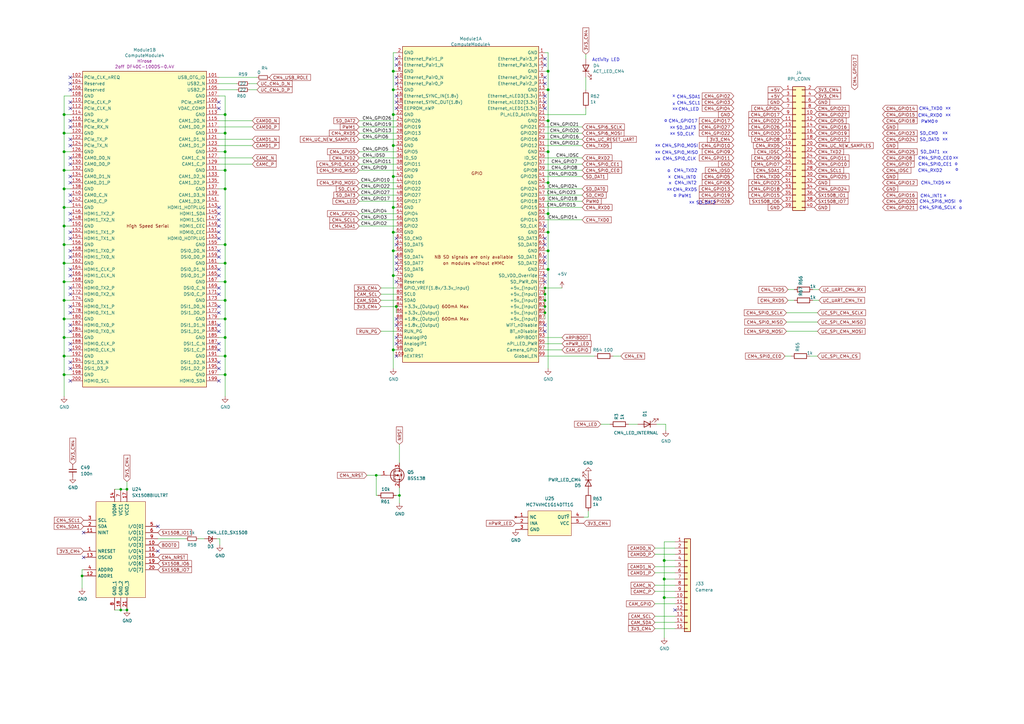
<source format=kicad_sch>
(kicad_sch (version 20231120) (generator "eeschema") (generator_version "8.0")
  (paper "A3")
  (junction (at 92.329 130.81) (diameter 1.016))
  (junction (at 26.289 77.47) (diameter 1.016))
  (junction (at 161.29 59.69) (diameter 1.016))
  (junction (at 224.79 36.83) (diameter 1.016))
  (junction (at 161.29 46.99) (diameter 1.016))
  (junction (at 26.289 138.43) (diameter 1.016))
  (junction (at 161.29 113.03) (diameter 1.016))
  (junction (at 92.329 100.33) (diameter 1.016))
  (junction (at 272.415 245.11) (diameter 1.016))
  (junction (at 26.289 130.81) (diameter 1.016))
  (junction (at 223.52 125.73))
  (junction (at 224.79 74.93) (diameter 1.016))
  (junction (at 92.329 46.99) (diameter 1.016))
  (junction (at 26.289 69.85) (diameter 1.016))
  (junction (at 224.79 49.53) (diameter 1.016))
  (junction (at 49.53 250.19))
  (junction (at 26.289 46.99) (diameter 1.016))
  (junction (at 224.79 95.25) (diameter 1.016))
  (junction (at 161.29 36.83) (diameter 1.016))
  (junction (at 92.329 138.43) (diameter 1.016))
  (junction (at 26.289 85.09) (diameter 1.016))
  (junction (at 26.289 62.23) (diameter 1.016))
  (junction (at 224.79 29.21) (diameter 1.016))
  (junction (at 272.415 229.87) (diameter 1.016))
  (junction (at 223.52 123.19))
  (junction (at 33.655 236.22))
  (junction (at 26.289 123.19) (diameter 1.016))
  (junction (at 224.79 62.23) (diameter 1.016))
  (junction (at 92.329 69.85) (diameter 1.016))
  (junction (at 161.29 29.21) (diameter 1.016))
  (junction (at 161.29 72.39) (diameter 1.016))
  (junction (at 26.289 54.61) (diameter 1.016))
  (junction (at 92.329 115.57) (diameter 1.016))
  (junction (at 272.415 237.49) (diameter 1.016))
  (junction (at 161.29 143.51) (diameter 1.016))
  (junction (at 26.289 92.71) (diameter 1.016))
  (junction (at 223.52 118.11))
  (junction (at 161.29 95.25) (diameter 1.016))
  (junction (at 26.289 115.57) (diameter 1.016))
  (junction (at 92.329 153.67) (diameter 1.016))
  (junction (at 162.56 125.73) (diameter 1.016))
  (junction (at 224.79 87.63) (diameter 1.016))
  (junction (at 92.329 107.95) (diameter 1.016))
  (junction (at 26.289 107.95) (diameter 1.016))
  (junction (at 223.52 128.27))
  (junction (at 49.53 200.66))
  (junction (at 92.329 146.05) (diameter 1.016))
  (junction (at 92.329 54.61) (diameter 1.016))
  (junction (at 26.289 153.67) (diameter 1.016))
  (junction (at 52.07 200.66))
  (junction (at 161.29 85.09) (diameter 1.016))
  (junction (at 224.79 102.87) (diameter 1.016))
  (junction (at 154.305 194.945))
  (junction (at 223.52 120.65))
  (junction (at 161.29 102.87) (diameter 1.016))
  (junction (at 92.329 123.19) (diameter 1.016))
  (junction (at 92.329 77.47) (diameter 1.016))
  (junction (at 52.07 250.19))
  (junction (at 26.289 100.33) (diameter 1.016))
  (junction (at 26.289 146.05) (diameter 1.016))
  (junction (at 163.83 203.2))
  (junction (at 224.79 110.49) (diameter 1.016))
  (junction (at 92.329 62.23) (diameter 1.016))
  (no_connect (at 89.789 105.41))
  (no_connect (at 89.789 120.65))
  (no_connect (at 162.56 44.45))
  (no_connect (at 28.829 105.41))
  (no_connect (at 28.829 72.39))
  (no_connect (at 28.829 110.49))
  (no_connect (at 28.829 67.31))
  (no_connect (at 34.29 228.6))
  (no_connect (at 89.789 110.49))
  (no_connect (at 89.789 151.13))
  (no_connect (at 223.52 26.67))
  (no_connect (at 28.829 36.83))
  (no_connect (at 28.829 41.91))
  (no_connect (at 34.29 218.44))
  (no_connect (at 28.829 87.63))
  (no_connect (at 162.56 130.81))
  (no_connect (at 28.829 80.01))
  (no_connect (at 28.829 31.75))
  (no_connect (at 28.829 90.17))
  (no_connect (at 89.789 128.27))
  (no_connect (at 223.52 100.33))
  (no_connect (at 28.829 128.27))
  (no_connect (at 223.52 31.75))
  (no_connect (at 89.789 148.59))
  (no_connect (at 162.56 133.35))
  (no_connect (at 89.789 133.35))
  (no_connect (at 28.829 102.87))
  (no_connect (at 28.829 118.11))
  (no_connect (at 28.829 133.35))
  (no_connect (at 89.789 97.79))
  (no_connect (at 276.86 250.19))
  (no_connect (at 223.52 135.89))
  (no_connect (at 223.52 105.41))
  (no_connect (at 28.829 52.07))
  (no_connect (at 28.829 57.15))
  (no_connect (at 223.52 44.45))
  (no_connect (at 28.829 113.03))
  (no_connect (at 162.56 138.43))
  (no_connect (at 162.56 140.97))
  (no_connect (at 162.56 97.79))
  (no_connect (at 28.829 120.65))
  (no_connect (at 64.77 226.06))
  (no_connect (at 28.829 148.59))
  (no_connect (at 162.56 107.95))
  (no_connect (at 223.52 39.37))
  (no_connect (at 89.789 92.71))
  (no_connect (at 28.829 97.79))
  (no_connect (at 28.829 143.51))
  (no_connect (at 28.829 74.93))
  (no_connect (at 162.56 39.37))
  (no_connect (at 223.52 115.57))
  (no_connect (at 162.56 34.29))
  (no_connect (at 28.829 44.45))
  (no_connect (at 28.829 140.97))
  (no_connect (at 89.789 95.25))
  (no_connect (at 28.829 49.53))
  (no_connect (at 223.52 24.13))
  (no_connect (at 223.52 107.95))
  (no_connect (at 89.789 41.91))
  (no_connect (at 89.789 143.51))
  (no_connect (at 223.52 41.91))
  (no_connect (at 28.829 34.29))
  (no_connect (at 28.829 156.21))
  (no_connect (at 64.77 215.9))
  (no_connect (at 89.789 118.11))
  (no_connect (at 162.56 31.75))
  (no_connect (at 89.789 85.09))
  (no_connect (at 89.789 90.17))
  (no_connect (at 89.789 125.73))
  (no_connect (at 28.829 64.77))
  (no_connect (at 89.789 156.21))
  (no_connect (at 28.829 59.69))
  (no_connect (at 162.56 110.49))
  (no_connect (at 28.829 125.73))
  (no_connect (at 223.52 34.29))
  (no_connect (at 162.56 24.13))
  (no_connect (at 89.789 87.63))
  (no_connect (at 89.789 44.45))
  (no_connect (at 28.829 95.25))
  (no_connect (at 28.829 151.13))
  (no_connect (at 162.56 100.33))
  (no_connect (at 223.52 97.79))
  (no_connect (at 162.56 146.05))
  (no_connect (at 223.52 92.71))
  (no_connect (at 162.56 105.41))
  (no_connect (at 89.789 102.87))
  (no_connect (at 162.56 115.57))
  (no_connect (at 162.56 41.91))
  (no_connect (at 223.52 113.03))
  (no_connect (at 89.789 140.97))
  (no_connect (at 162.56 26.67))
  (no_connect (at 28.829 82.55))
  (no_connect (at 89.789 113.03))
  (no_connect (at 28.829 135.89))
  (no_connect (at 223.52 133.35))
  (no_connect (at 89.789 135.89))
  (wire (pts (xy 223.52 57.15) (xy 238.76 57.15)))
  (wire (pts (xy 223.52 120.65) (xy 223.52 123.19)))
  (wire (pts (xy 161.29 95.25) (xy 162.56 95.25)))
  (wire (pts (xy 147.32 82.55) (xy 162.56 82.55)))
  (wire (pts (xy 28.829 39.37) (xy 26.289 39.37)))
  (wire (pts (xy 92.329 77.47) (xy 92.329 69.85)))
  (wire (pts (xy 89.789 46.99) (xy 92.329 46.99)))
  (wire (pts (xy 224.79 110.49) (xy 224.79 151.13)))
  (wire (pts (xy 147.32 74.93) (xy 162.56 74.93)))
  (wire (pts (xy 268.605 234.95) (xy 276.86 234.95)))
  (wire (pts (xy 92.329 54.61) (xy 92.329 46.99)))
  (wire (pts (xy 223.52 52.07) (xy 238.76 52.07)))
  (wire (pts (xy 223.52 64.77) (xy 238.76 64.77)))
  (wire (pts (xy 92.329 130.81) (xy 92.329 138.43)))
  (wire (pts (xy 156.21 125.73) (xy 162.56 125.73)))
  (wire (pts (xy 272.415 245.11) (xy 272.415 261.62)))
  (wire (pts (xy 251.46 146.05) (xy 254.635 146.05)))
  (wire (pts (xy 268.605 255.27) (xy 276.86 255.27)))
  (wire (pts (xy 89.789 54.61) (xy 92.329 54.61)))
  (wire (pts (xy 161.29 46.99) (xy 162.56 46.99)))
  (wire (pts (xy 163.83 200.025) (xy 163.83 203.2)))
  (wire (pts (xy 223.52 62.23) (xy 224.79 62.23)))
  (wire (pts (xy 92.329 77.47) (xy 92.329 100.33)))
  (wire (pts (xy 147.32 57.15) (xy 162.56 57.15)))
  (wire (pts (xy 26.289 138.43) (xy 26.289 146.05)))
  (wire (pts (xy 241.3 209.55) (xy 241.3 212.09)))
  (wire (pts (xy 26.289 138.43) (xy 28.829 138.43)))
  (wire (pts (xy 223.52 29.21) (xy 224.79 29.21)))
  (wire (pts (xy 223.52 54.61) (xy 238.76 54.61)))
  (wire (pts (xy 90.17 220.98) (xy 88.9 220.98)))
  (wire (pts (xy 89.789 146.05) (xy 92.329 146.05)))
  (wire (pts (xy 268.605 252.73) (xy 276.86 252.73)))
  (wire (pts (xy 89.789 62.23) (xy 92.329 62.23)))
  (wire (pts (xy 161.29 21.59) (xy 161.29 29.21)))
  (wire (pts (xy 26.289 54.61) (xy 28.829 54.61)))
  (wire (pts (xy 52.07 197.485) (xy 52.07 200.66)))
  (wire (pts (xy 147.32 80.01) (xy 162.56 80.01)))
  (wire (pts (xy 161.29 113.03) (xy 162.56 113.03)))
  (wire (pts (xy 103.505 49.53) (xy 89.789 49.53)))
  (wire (pts (xy 33.655 236.22) (xy 34.29 236.22)))
  (wire (pts (xy 156.21 118.11) (xy 162.56 118.11)))
  (wire (pts (xy 147.32 69.85) (xy 162.56 69.85)))
  (wire (pts (xy 161.29 102.87) (xy 161.29 113.03)))
  (wire (pts (xy 224.79 74.93) (xy 224.79 87.63)))
  (wire (pts (xy 26.289 130.81) (xy 28.829 130.81)))
  (wire (pts (xy 161.29 59.69) (xy 161.29 72.39)))
  (wire (pts (xy 26.289 107.95) (xy 28.829 107.95)))
  (wire (pts (xy 272.415 229.87) (xy 276.86 229.87)))
  (wire (pts (xy 268.605 227.33) (xy 276.86 227.33)))
  (wire (pts (xy 224.79 62.23) (xy 224.79 74.93)))
  (wire (pts (xy 26.289 153.67) (xy 26.289 162.56)))
  (wire (pts (xy 223.52 146.05) (xy 243.84 146.05)))
  (wire (pts (xy 92.329 69.85) (xy 92.329 62.23)))
  (wire (pts (xy 332.105 146.05) (xy 335.28 146.05)))
  (wire (pts (xy 322.58 135.89) (xy 335.28 135.89)))
  (wire (pts (xy 268.605 257.81) (xy 276.86 257.81)))
  (wire (pts (xy 26.289 123.19) (xy 28.829 123.19)))
  (wire (pts (xy 224.79 21.59) (xy 224.79 29.21)))
  (wire (pts (xy 147.32 54.61) (xy 162.56 54.61)))
  (wire (pts (xy 323.215 118.745) (xy 325.755 118.745)))
  (wire (pts (xy 223.52 140.97) (xy 230.505 140.97)))
  (wire (pts (xy 26.289 115.57) (xy 28.829 115.57)))
  (wire (pts (xy 273.05 173.99) (xy 269.24 173.99)))
  (wire (pts (xy 161.29 143.51) (xy 161.29 151.13)))
  (wire (pts (xy 147.32 49.53) (xy 162.56 49.53)))
  (wire (pts (xy 102.235 34.29) (xy 105.41 34.29)))
  (wire (pts (xy 161.29 36.83) (xy 161.29 46.99)))
  (wire (pts (xy 26.289 100.33) (xy 26.289 107.95)))
  (wire (pts (xy 223.52 82.55) (xy 238.76 82.55)))
  (wire (pts (xy 223.52 110.49) (xy 224.79 110.49)))
  (wire (pts (xy 89.789 115.57) (xy 92.329 115.57)))
  (wire (pts (xy 49.53 200.66) (xy 52.07 200.66)))
  (wire (pts (xy 147.32 90.17) (xy 162.56 90.17)))
  (wire (pts (xy 223.52 72.39) (xy 238.76 72.39)))
  (wire (pts (xy 161.29 72.39) (xy 162.56 72.39)))
  (wire (pts (xy 33.655 233.68) (xy 33.655 236.22)))
  (wire (pts (xy 102.235 36.83) (xy 105.41 36.83)))
  (wire (pts (xy 92.329 107.95) (xy 92.329 115.57)))
  (wire (pts (xy 224.79 29.21) (xy 224.79 36.83)))
  (wire (pts (xy 89.789 69.85) (xy 92.329 69.85)))
  (wire (pts (xy 147.32 67.31) (xy 162.56 67.31)))
  (wire (pts (xy 147.32 52.07) (xy 162.56 52.07)))
  (wire (pts (xy 147.32 87.63) (xy 162.56 87.63)))
  (wire (pts (xy 154.305 194.945) (xy 156.21 194.945)))
  (wire (pts (xy 223.52 21.59) (xy 224.79 21.59)))
  (wire (pts (xy 240.284 22.225) (xy 240.284 24.13)))
  (wire (pts (xy 224.79 87.63) (xy 224.79 95.25)))
  (wire (pts (xy 162.56 29.21) (xy 161.29 29.21)))
  (wire (pts (xy 161.29 113.03) (xy 161.29 143.51)))
  (wire (pts (xy 28.829 153.67) (xy 26.289 153.67)))
  (wire (pts (xy 89.789 100.33) (xy 92.329 100.33)))
  (wire (pts (xy 223.52 77.47) (xy 238.76 77.47)))
  (wire (pts (xy 223.52 143.51) (xy 230.505 143.51)))
  (wire (pts (xy 161.29 102.87) (xy 162.56 102.87)))
  (wire (pts (xy 147.32 62.23) (xy 162.56 62.23)))
  (wire (pts (xy 162.56 143.51) (xy 161.29 143.51)))
  (wire (pts (xy 26.289 123.19) (xy 26.289 130.81)))
  (wire (pts (xy 272.415 229.87) (xy 272.415 237.49)))
  (wire (pts (xy 162.56 21.59) (xy 161.29 21.59)))
  (wire (pts (xy 92.329 146.05) (xy 92.329 153.67)))
  (wire (pts (xy 272.415 222.25) (xy 272.415 229.87)))
  (wire (pts (xy 161.29 46.99) (xy 161.29 59.69)))
  (wire (pts (xy 26.289 69.85) (xy 28.829 69.85)))
  (wire (pts (xy 161.29 95.25) (xy 161.29 102.87)))
  (wire (pts (xy 224.79 95.25) (xy 224.79 102.87)))
  (wire (pts (xy 89.789 123.19) (xy 92.329 123.19)))
  (wire (pts (xy 26.289 77.47) (xy 26.289 85.09)))
  (wire (pts (xy 26.289 46.99) (xy 28.829 46.99)))
  (wire (pts (xy 147.32 64.77) (xy 162.56 64.77)))
  (wire (pts (xy 89.789 107.95) (xy 92.329 107.95)))
  (wire (pts (xy 46.99 250.19) (xy 49.53 250.19)))
  (wire (pts (xy 333.375 118.745) (xy 335.915 118.745)))
  (wire (pts (xy 223.52 90.17) (xy 238.76 90.17)))
  (wire (pts (xy 26.289 115.57) (xy 26.289 123.19)))
  (wire (pts (xy 26.289 107.95) (xy 26.289 115.57)))
  (wire (pts (xy 92.329 115.57) (xy 92.329 123.19)))
  (wire (pts (xy 33.655 241.3) (xy 33.655 236.22)))
  (wire (pts (xy 103.505 57.15) (xy 89.789 57.15)))
  (wire (pts (xy 162.56 203.2) (xy 163.83 203.2)))
  (wire (pts (xy 26.289 77.47) (xy 28.829 77.47)))
  (wire (pts (xy 81.28 220.98) (xy 83.82 220.98)))
  (wire (pts (xy 268.605 240.03) (xy 276.86 240.03)))
  (wire (pts (xy 161.29 59.69) (xy 162.56 59.69)))
  (wire (pts (xy 223.52 69.85) (xy 238.76 69.85)))
  (wire (pts (xy 92.329 153.67) (xy 92.329 162.56)))
  (wire (pts (xy 26.289 100.33) (xy 28.829 100.33)))
  (wire (pts (xy 241.3 212.09) (xy 239.395 212.09)))
  (wire (pts (xy 92.329 100.33) (xy 92.329 107.95)))
  (wire (pts (xy 224.79 102.87) (xy 224.79 110.49)))
  (wire (pts (xy 163.83 203.2) (xy 163.83 206.375)))
  (wire (pts (xy 89.789 67.31) (xy 103.505 67.31)))
  (wire (pts (xy 92.329 123.19) (xy 92.329 130.81)))
  (wire (pts (xy 89.789 130.81) (xy 92.329 130.81)))
  (wire (pts (xy 321.945 146.05) (xy 324.485 146.05)))
  (wire (pts (xy 26.289 85.09) (xy 26.289 92.71)))
  (wire (pts (xy 223.52 123.19) (xy 223.52 125.73)))
  (wire (pts (xy 26.289 46.99) (xy 26.289 54.61)))
  (wire (pts (xy 26.289 62.23) (xy 28.829 62.23)))
  (wire (pts (xy 89.789 36.83) (xy 97.155 36.83)))
  (wire (pts (xy 103.505 59.69) (xy 89.789 59.69)))
  (wire (pts (xy 335.915 123.19) (xy 333.375 123.19)))
  (wire (pts (xy 156.21 135.89) (xy 162.56 135.89)))
  (wire (pts (xy 28.829 146.05) (xy 26.289 146.05)))
  (wire (pts (xy 26.289 130.81) (xy 26.289 138.43)))
  (wire (pts (xy 224.79 36.83) (xy 224.79 49.53)))
  (wire (pts (xy 26.289 146.05) (xy 26.289 153.67)))
  (wire (pts (xy 89.789 138.43) (xy 92.329 138.43)))
  (wire (pts (xy 246.38 173.99) (xy 250.19 173.99)))
  (wire (pts (xy 49.53 250.19) (xy 52.07 250.19)))
  (wire (pts (xy 230.505 118.11) (xy 223.52 118.11)))
  (wire (pts (xy 223.52 49.53) (xy 224.79 49.53)))
  (wire (pts (xy 268.605 242.57) (xy 276.86 242.57)))
  (wire (pts (xy 147.32 92.71) (xy 162.56 92.71)))
  (wire (pts (xy 161.29 85.09) (xy 162.56 85.09)))
  (wire (pts (xy 223.52 80.01) (xy 238.76 80.01)))
  (wire (pts (xy 223.52 36.83) (xy 224.79 36.83)))
  (wire (pts (xy 322.58 128.27) (xy 335.28 128.27)))
  (wire (pts (xy 92.329 46.99) (xy 92.329 39.37)))
  (wire (pts (xy 33.655 233.68) (xy 34.29 233.68)))
  (wire (pts (xy 272.415 237.49) (xy 272.415 245.11)))
  (wire (pts (xy 26.289 85.09) (xy 28.829 85.09)))
  (wire (pts (xy 103.505 52.07) (xy 89.789 52.07)))
  (wire (pts (xy 268.605 247.65) (xy 276.86 247.65)))
  (wire (pts (xy 223.52 118.11) (xy 223.52 120.65)))
  (wire (pts (xy 272.415 245.11) (xy 276.86 245.11)))
  (wire (pts (xy 89.789 153.67) (xy 92.329 153.67)))
  (wire (pts (xy 268.605 224.79) (xy 276.86 224.79)))
  (wire (pts (xy 92.329 138.43) (xy 92.329 146.05)))
  (wire (pts (xy 223.52 67.31) (xy 238.76 67.31)))
  (wire (pts (xy 240.284 31.75) (xy 240.284 36.83)))
  (wire (pts (xy 223.52 95.25) (xy 224.79 95.25)))
  (wire (pts (xy 162.56 128.27) (xy 162.56 125.73)))
  (wire (pts (xy 89.789 34.29) (xy 97.155 34.29)))
  (wire (pts (xy 162.56 36.83) (xy 161.29 36.83)))
  (wire (pts (xy 89.789 64.77) (xy 103.505 64.77)))
  (wire (pts (xy 223.52 87.63) (xy 224.79 87.63)))
  (wire (pts (xy 46.99 200.66) (xy 49.53 200.66)))
  (wire (pts (xy 156.21 120.65) (xy 162.56 120.65)))
  (wire (pts (xy 257.81 173.99) (xy 261.62 173.99)))
  (wire (pts (xy 26.289 62.23) (xy 26.289 69.85)))
  (wire (pts (xy 26.289 54.61) (xy 26.289 62.23)))
  (wire (pts (xy 89.789 31.75) (xy 105.41 31.75)))
  (wire (pts (xy 273.05 176.53) (xy 273.05 173.99)))
  (wire (pts (xy 147.32 77.47) (xy 162.56 77.47)))
  (wire (pts (xy 90.17 223.52) (xy 90.17 220.98)))
  (wire (pts (xy 64.77 220.98) (xy 76.2 220.98)))
  (wire (pts (xy 223.52 74.93) (xy 224.79 74.93)))
  (wire (pts (xy 268.605 232.41) (xy 276.86 232.41)))
  (wire (pts (xy 154.305 203.2) (xy 154.94 203.2)))
  (wire (pts (xy 223.52 125.73) (xy 223.52 128.27)))
  (wire (pts (xy 89.789 77.47) (xy 92.329 77.47)))
  (wire (pts (xy 325.755 123.19) (xy 323.215 123.19)))
  (wire (pts (xy 161.29 85.09) (xy 161.29 95.25)))
  (wire (pts (xy 322.58 132.08) (xy 335.28 132.08)))
  (wire (pts (xy 163.83 182.245) (xy 163.83 189.865)))
  (wire (pts (xy 161.29 29.21) (xy 161.29 36.83)))
  (wire (pts (xy 26.289 92.71) (xy 26.289 100.33)))
  (wire (pts (xy 276.86 222.25) (xy 272.415 222.25)))
  (wire (pts (xy 224.79 49.53) (xy 224.79 62.23)))
  (wire (pts (xy 150.495 194.945) (xy 154.305 194.945)))
  (wire (pts (xy 223.52 59.69) (xy 238.76 59.69)))
  (wire (pts (xy 223.52 102.87) (xy 224.79 102.87)))
  (wire (pts (xy 92.329 62.23) (xy 92.329 54.61)))
  (wire (pts (xy 26.289 92.71) (xy 28.829 92.71)))
  (wire (pts (xy 223.52 46.99) (xy 240.284 46.99)))
  (wire (pts (xy 92.329 39.37) (xy 89.789 39.37)))
  (wire (pts (xy 223.52 85.09) (xy 238.76 85.09)))
  (wire (pts (xy 272.415 237.49) (xy 276.86 237.49)))
  (wire (pts (xy 223.52 128.27) (xy 223.52 130.81)))
  (wire (pts (xy 26.289 39.37) (xy 26.289 46.99)))
  (wire (pts (xy 161.29 72.39) (xy 161.29 85.09)))
  (wire (pts (xy 240.284 46.99) (xy 240.284 44.45)))
  (wire (pts (xy 26.289 69.85) (xy 26.289 77.47)))
  (wire (pts (xy 223.52 138.43) (xy 230.505 138.43)))
  (wire (pts (xy 156.21 123.19) (xy 162.56 123.19)))
  (wire (pts (xy 154.305 194.945) (xy 154.305 203.2)))
  (text "CM4_RXD5" (at 280.924 77.978 0) (effects (font (size 1.27 1.27))))
  (text "xx" (at 269.748 62.484 0) (effects (font (size 1.27 1.27))))
  (text "o" (at 393.954 85.344 0) (effects (font (size 1.27 1.27))))
  (text "CM4_INT0" (at 280.924 72.898 0) (effects (font (size 1.27 1.27))))
  (text "x" (at 276.352 39.37 0) (effects (font (size 1.27 1.27))))
  (text "xx" (at 388.874 47.244 0) (effects (font (size 1.27 1.27))))
  (text "CM4_SDA1" (at 282.448 39.878 0) (effects (font (size 1.27 1.27))))
  (text "x" (at 274.574 72.644 0) (effects (font (size 1.27 1.27))))
  (text "CM4_SPI6_SCLK" (at 384.556 85.344 0) (effects (font (size 1.27 1.27))))
  (text "xx" (at 275.844 54.864 0) (effects (font (size 1.27 1.27))))
  (text "xx" (at 269.748 59.69 0) (effects (font (size 1.27 1.27))))
  (text "CM4_SPI0_CLK" (at 278.638 65.278 0) (effects (font (size 1.27 1.27))))
  (text "xx" (at 274.574 77.724 0) (effects (font (size 1.27 1.27))))
  (text "x" (at 387.604 80.264 0) (effects (font (size 1.27 1.27))))
  (text "CM4_SPI0_CE1" (at 383.54 67.564 0) (effects (font (size 1.27 1.27))))
  (text "CM4_SCL1" (at 282.448 42.418 0) (effects (font (size 1.27 1.27))))
  (text "o" (at 384.048 49.784 0) (effects (font (size 1.27 1.27))))
  (text "o" (at 392.176 67.31 0) (effects (font (size 1.27 1.27))))
  (text "xx" (at 283.718 83.058 0) (effects (font (size 1.27 1.27))))
  (text "x" (at 274.828 75.184 0) (effects (font (size 1.27 1.27))))
  (text "xx" (at 388.874 44.45 0) (effects (font (size 1.27 1.27))))
  (text "o" (at 274.32 70.104 0) (effects (font (size 1.27 1.27))))
  (text "CM4_SPI0_CE0" (at 383.54 65.024 0) (effects (font (size 1.27 1.27))))
  (text "SD_CLK" (at 281.178 55.118 0) (effects (font (size 1.27 1.27))))
  (text "CM4_GPIO17" (at 280.162 49.784 0) (effects (font (size 1.27 1.27))))
  (text "xx" (at 391.922 64.77 0) (effects (font (size 1.27 1.27))))
  (text "xx" (at 387.604 57.15 0) (effects (font (size 1.27 1.27))))
  (text "xx" (at 387.604 54.61 0) (effects (font (size 1.27 1.27))))
  (text "SD_DAT2" (at 289.56 83.312 0) (effects (font (size 1.27 1.27))))
  (text "SD_DAT3" (at 281.432 52.578 0) (effects (font (size 1.27 1.27))))
  (text "Activity LED" (at 242.824 25.4 0) (effects (font (size 1.27 1.27)) (justify left bottom)))
  (text "x" (at 276.352 42.672 0) (effects (font (size 1.27 1.27))))
  (text "SD_DAT0" (at 381.254 57.404 0) (effects (font (size 1.27 1.27))))
  (text "CM4_RXD2" (at 381.508 70.104 0) (effects (font (size 1.27 1.27))))
  (text "o" (at 392.43 69.596 0) (effects (font (size 1.27 1.27))))
  (text "CM4_RXD0" (at 381.508 47.498 0) (effects (font (size 1.27 1.27))))
  (text "CM4_TXD2" (at 281.178 70.104 0) (effects (font (size 1.27 1.27))))
  (text "o" (at 273.05 49.53 0) (effects (font (size 1.27 1.27))))
  (text "PWM0" (at 380.492 50.038 0) (effects (font (size 1.27 1.27))))
  (text "xx" (at 275.844 52.324 0) (effects (font (size 1.27 1.27))))
  (text "SD_CMD" (at 381 54.864 0) (effects (font (size 1.27 1.27))))
  (text "CM4_SPI0_MISO" (at 278.892 62.738 0) (effects (font (size 1.27 1.27))))
  (text "CM4_SPI6_MOSI" (at 384.556 82.804 0) (effects (font (size 1.27 1.27))))
  (text "CM4_TXD5" (at 382.524 75.184 0) (effects (font (size 1.27 1.27))))
  (text "CM4_TXD0" (at 381.762 44.704 0) (effects (font (size 1.27 1.27))))
  (text "CM4_LED" (at 282.448 44.958 0) (effects (font (size 1.27 1.27))))
  (text "o" (at 393.954 82.55 0) (effects (font (size 1.27 1.27))))
  (text "SD_DAT1" (at 381.508 62.484 0) (effects (font (size 1.27 1.27))))
  (text "CM4_SPI0_MOSI" (at 278.892 59.944 0) (effects (font (size 1.27 1.27))))
  (text "xx" (at 269.748 65.278 0) (effects (font (size 1.27 1.27))))
  (text "CM4_INT2" (at 281.178 75.184 0) (effects (font (size 1.27 1.27))))
  (text "PWM1" (at 280.924 80.518 0) (effects (font (size 1.27 1.27))))
  (text "o" (at 276.86 80.264 0) (effects (font (size 1.27 1.27))))
  (text "xx" (at 276.86 44.704 0) (effects (font (size 1.27 1.27))))
  (text "CM4_INT1" (at 382.016 80.518 0) (effects (font (size 1.27 1.27))))
  (text "xx" (at 388.874 74.93 0) (effects (font (size 1.27 1.27))))
  (text "xx" (at 387.604 62.484 0) (effects (font (size 1.27 1.27))))
  (label "CM4_GPIO26" (at 148.59 49.53 0))
  (label "CM4_GPIO10" (at 147.955 74.93 0))
  (label "CM4_GPIO7" (at 236.855 67.31 180))
  (label "CM4_GPIO4" (at 147.955 87.63 0))
  (label "CM4_GPIO12" (at 237.49 59.69 180))
  (label "CM4_GPIO27" (at 147.955 80.01 0))
  (label "CM4_GPIO16" (at 237.49 57.15 180))
  (label "CM4_GPIO15" (at 236.22 85.09 180))
  (label "CM4_GPIO6" (at 148.59 57.15 0))
  (label "CM4_GPIO11" (at 148.59 67.31 0))
  (label "CM4_GPIO25" (at 236.855 72.39 180))
  (label "CM4_GPIO23" (at 236.22 80.01 180))
  (label "CM4_GPIO24" (at 236.855 77.47 180))
  (label "CM4_IDSC" (at 237.49 64.77 180))
  (label "CM4_GPIO18" (at 236.855 82.55 180))
  (label "CM4_GPIO5" (at 148.59 62.23 0))
  (label "CM4_GPIO9" (at 147.955 69.85 0))
  (label "CM4_GPIO13" (at 148.59 54.61 0))
  (label "CM4_GPIO3" (at 147.955 90.17 0))
  (label "CM4_GPIO19" (at 148.59 52.07 0))
  (label "CM4_GPIO21" (at 237.49 52.07 180))
  (label "CM4_GPIO2" (at 147.955 92.71 0))
  (label "CM4_GPIO20" (at 237.49 54.61 180))
  (label "CM4_GPIO14" (at 236.855 90.17 180))
  (label "CM4_GPIO17" (at 147.955 82.55 0))
  (label "CM4_GPIO8" (at 236.855 69.85 180))
  (label "CM4_GPIO22" (at 147.955 77.47 0))
  (label "CM4_IDSD" (at 148.59 64.77 0))
  (global_label "3V3_CM4" (shape input) (at 156.21 125.73 180) (property "Intersheetrefs" "${INTERSHEET_REFS}" (effects (hide yes))))
  (global_label "SD_CMD" (shape input) (at 238.76 80.01 0) (property "Intersheetrefs" "${INTERSHEET_REFS}" (effects (hide yes))))
  (global_label "CM4_RXD0" (shape input) (at 238.76 85.09 0) (property "Intersheetrefs" "${INTERSHEET_REFS}" (effects (hide yes))))
  (global_label "SX1508_IO1" (shape input) (at 64.77 218.44 0) (property "Intersheetrefs" "${INTERSHEET_REFS}" (effects (hide yes))))
  (global_label "CM4_NRST" (shape input) (at 64.77 228.6 0) (property "Intersheetrefs" "${INTERSHEET_REFS}" (effects (hide yes))))
  (global_label "GND" (shape input) (at 361.95 77.47 0) (property "Intersheetrefs" "${INTERSHEET_REFS}" (effects (hide yes))))
  (global_label "GND" (shape input) (at 321.31 85.09 180) (property "Intersheetrefs" "${INTERSHEET_REFS}" (effects (hide yes))))
  (global_label "GND" (shape input) (at 300.99 67.31 180) (property "Intersheetrefs" "${INTERSHEET_REFS}" (effects (hide yes))))
  (global_label "CM4_GPIO5" (shape input) (at 147.32 62.23 180) (property "Intersheetrefs" "${INTERSHEET_REFS}" (effects (hide yes))))
  (global_label "UC_SPI_CM4_SCLK" (shape input) (at 335.28 128.27 0) (property "Intersheetrefs" "${INTERSHEET_REFS}" (effects (hide yes))))
  (global_label "SD_DAT3" (shape input) (at 147.32 80.01 180) (property "Intersheetrefs" "${INTERSHEET_REFS}" (effects (hide yes))))
  (global_label "CAM_SDA" (shape input) (at 268.605 255.27 180) (property "Intersheetrefs" "${INTERSHEET_REFS}" (effects (hide yes))))
  (global_label "GND" (shape input) (at 361.95 52.07 0) (property "Intersheetrefs" "${INTERSHEET_REFS}" (effects (hide yes))))
  (global_label "CM4_RXD5" (shape input) (at 321.31 59.69 180) (property "Intersheetrefs" "${INTERSHEET_REFS}" (effects (hide yes))))
  (global_label "CAMD0_N" (shape input) (at 103.505 49.53 0) (property "Intersheetrefs" "${INTERSHEET_REFS}" (effects (hide yes))))
  (global_label "CM4_GPIO11" (shape input) (at 300.99 64.77 180) (property "Intersheetrefs" "${INTERSHEET_REFS}" (effects (hide yes))))
  (global_label "CM4_IDSC" (shape input) (at 321.31 62.23 180) (property "Intersheetrefs" "${INTERSHEET_REFS}" (effects (hide yes))))
  (global_label "SD_CLK" (shape input) (at 147.32 77.47 180) (property "Intersheetrefs" "${INTERSHEET_REFS}" (effects (hide yes))))
  (global_label "CM4_GPIO10" (shape input) (at 334.01 67.31 0) (property "Intersheetrefs" "${INTERSHEET_REFS}" (effects (hide yes))))
  (global_label "CM4_SDA1" (shape input) (at 34.29 215.9 180) (property "Intersheetrefs" "${INTERSHEET_REFS}" (effects (hide yes))))
  (global_label "CAM_GPIO" (shape input) (at 230.505 143.51 0) (property "Intersheetrefs" "${INTERSHEET_REFS}" (effects (hide yes))))
  (global_label "CM4_GPIO20" (shape input) (at 361.95 82.55 0) (property "Intersheetrefs" "${INTERSHEET_REFS}" (effects (hide yes))))
  (global_label "CM4_UC_NEW_SAMPLES" (shape input) (at 147.32 57.15 180) (property "Intersheetrefs" "${INTERSHEET_REFS}" (effects (hide yes))))
  (global_label "CM4_TXD5" (shape input) (at 238.76 59.69 0) (property "Intersheetrefs" "${INTERSHEET_REFS}" (effects (hide yes))))
  (global_label "CM4_IDSD" (shape input) (at 300.99 69.85 180) (property "Intersheetrefs" "${INTERSHEET_REFS}" (effects (hide yes))))
  (global_label "CM4_GPIO10" (shape input) (at 300.99 59.69 180) (property "Intersheetrefs" "${INTERSHEET_REFS}" (effects (hide yes))))
  (global_label "CM4_GPIO9" (shape input) (at 321.31 64.77 180) (property "Intersheetrefs" "${INTERSHEET_REFS}" (effects (hide yes))))
  (global_label "CM4_TXD0" (shape input) (at 238.76 90.17 0) (property "Intersheetrefs" "${INTERSHEET_REFS}" (effects (hide yes))))
  (global_label "CM4_SPI0_MISO" (shape input) (at 147.32 69.85 180) (property "Intersheetrefs" "${INTERSHEET_REFS}" (effects (hide yes))))
  (global_label "CM4_GPIO14" (shape input) (at 361.95 44.45 0) (property "Intersheetrefs" "${INTERSHEET_REFS}" (effects (hide yes))))
  (global_label "3V3_CM4" (shape input) (at 300.99 57.15 180) (property "Intersheetrefs" "${INTERSHEET_REFS}" (effects (hide yes))))
  (global_label "CAMD1_P" (shape input) (at 268.605 234.95 180) (property "Intersheetrefs" "${INTERSHEET_REFS}" (effects (hide yes))))
  (global_label "nRPIBOOT" (shape input) (at 230.505 138.43 0) (property "Intersheetrefs" "${INTERSHEET_REFS}" (effects (hide yes))))
  (global_label "CM4_GPIO4" (shape input) (at 321.31 44.45 180) (property "Intersheetrefs" "${INTERSHEET_REFS}" (effects (hide yes))))
  (global_label "CM4_GPIO12" (shape input) (at 334.01 57.15 0) (property "Intersheetrefs" "${INTERSHEET_REFS}" (effects (hide yes))))
  (global_label "RUN_PG" (shape input) (at 156.21 135.89 180) (property "Intersheetrefs" "${INTERSHEET_REFS}" (effects (hide yes))))
  (global_label "CAMC_P" (shape input) (at 268.605 242.57 180) (property "Intersheetrefs" "${INTERSHEET_REFS}" (effects (hide yes))))
  (global_label "3V3_CM4" (shape input) (at 334.01 39.37 0) (property "Intersheetrefs" "${INTERSHEET_REFS}" (effects (hide yes))))
  (global_label "CM4_RXD2" (shape input) (at 238.76 64.77 0) (property "Intersheetrefs" "${INTERSHEET_REFS}" (effects (hide yes))))
  (global_label "CM4_SPI0_SCLK" (shape input) (at 147.32 67.31 180) (property "Intersheetrefs" "${INTERSHEET_REFS}" (effects (hide yes))))
  (global_label "GND" (shape input) (at 321.31 41.91 180) (property "Intersheetrefs" "${INTERSHEET_REFS}" (effects (hide yes))))
  (global_label "CM4_GPIO20" (shape input) (at 321.31 54.61 180) (property "Intersheetrefs" "${INTERSHEET_REFS}" (effects (hide yes))))
  (global_label "CM4_GPIO22" (shape input) (at 321.31 49.53 180) (property "Intersheetrefs" "${INTERSHEET_REFS}" (effects (hide yes))))
  (global_label "UC_SPI_CM4_MISO" (shape input) (at 335.28 132.08 0) (property "Intersheetrefs" "${INTERSHEET_REFS}" (effects (hide yes))))
  (global_label "CM4_NRST" (shape input) (at 150.495 194.945 180) (property "Intersheetrefs" "${INTERSHEET_REFS}" (effects (hide yes))))
  (global_label "GND" (shape input) (at 361.95 59.69 0) (property "Intersheetrefs" "${INTERSHEET_REFS}" (effects (hide yes))))
  (global_label "CM4_GPIO13" (shape input) (at 300.99 77.47 180) (property "Intersheetrefs" "${INTERSHEET_REFS}" (effects (hide yes))))
  (global_label "SD_DAT1" (shape input) (at 238.76 72.39 0) (property "Intersheetrefs" "${INTERSHEET_REFS}" (effects (hide yes))))
  (global_label "CM4_RXD5" (shape input) (at 323.215 123.19 180) (property "Intersheetrefs" "${INTERSHEET_REFS}" (effects (hide yes))))
  (global_label "CM4_GPIO5" (shape input) (at 334.01 49.53 0) (property "Intersheetrefs" "${INTERSHEET_REFS}" (effects (hide yes))))
  (global_label "CM4_LED" (shape input) (at 147.32 82.55 180) (property "Intersheetrefs" "${INTERSHEET_REFS}" (effects (hide yes))))
  (global_label "SX1508_IO7" (shape input) (at 334.01 82.55 0) (property "Intersheetrefs" "${INTERSHEET_REFS}" (effects (hide yes))))
  (global_label "CM4_GPIO21" (shape input) (at 361.95 85.09 0) (property "Intersheetrefs" "${INTERSHEET_REFS}" (effects (hide yes))))
  (global_label "CM4_GPIO23" (shape input) (at 361.95 54.61 0) (property "Intersheetrefs" "${INTERSHEET_REFS}" (effects (hide yes))))
  (global_label "CAMD0_P" (shape input) (at 268.605 227.33 180) (property "Intersheetrefs" "${INTERSHEET_REFS}" (effects (hide yes))))
  (global_label "CM4_TXD5" (shape input) (at 323.215 118.745 180) (property "Intersheetrefs" "${INTERSHEET_REFS}" (effects (hide yes))))
  (global_label "CM4_GPIO22" (shape input) (at 300.99 54.61 180) (property "Intersheetrefs" "${INTERSHEET_REFS}" (effects (hide yes))))
  (global_label "CAM_GPIO" (shape input) (at 268.605 247.65 180) (property "Intersheetrefs" "${INTERSHEET_REFS}" (effects (hide yes))))
  (global_label "BOOT0" (shape input) (at 64.77 223.52 0) (property "Intersheetrefs" "${INTERSHEET_REFS}" (effects (hide yes))))
  (global_label "CM4_SCL1" (shape input) (at 147.32 90.17 180) (property "Intersheetrefs" "${INTERSHEET_REFS}" (effects (hide yes))))
  (global_label "GND" (shape input) (at 334.01 74.93 0) (property "Intersheetrefs" "${INTERSHEET_REFS}" (effects (hide yes))))
  (global_label "UC_CM4_D_P" (shape input) (at 105.41 36.83 0) (property "Intersheetrefs" "${INTERSHEET_REFS}" (effects (hide yes))))
  (global_label "CM4_IDSC" (shape input) (at 361.95 69.85 0) (property "Intersheetrefs" "${INTERSHEET_REFS}" (effects (hide yes))))
  (global_label "CM4_SPI0_MOSI" (shape input) (at 322.58 135.89 180) (property "Intersheetrefs" "${INTERSHEET_REFS}" (effects (hide yes))))
  (global_label "CM4_GPIO26" (shape input) (at 321.31 52.07 180) (property "Intersheetrefs" "${INTERSHEET_REFS}" (effects (hide yes))))
  (global_label "CAMD1_P" (shape input) (at 103.505 59.69 0) (property "Intersheetrefs" "${INTERSHEET_REFS}" (effects (hide yes))))
  (global_label "CM4_SPI6_SCLK" (shape input) (at 238.76 52.07 0) (property "Intersheetrefs" "${INTERSHEET_REFS}" (effects (hide yes))))
  (global_label "PWM0" (shape input) (at 238.76 82.55 0) (property "Intersheetrefs" "${INTERSHEET_REFS}" (effects (hide yes))))
  (global_label "CM4_GPIO17" (shape input) (at 300.99 49.53 180) (property "Intersheetrefs" "${INTERSHEET_REFS}" (effects (hide yes))))
  (global_label "CM4_GPIO17" (shape input) (at 350.52 36.83 90) (property "Intersheetrefs" "${INTERSHEET_REFS}" (effects (hide yes))))
  (global_label "CAM_SCL" (shape input) (at 268.605 252.73 180) (property "Intersheetrefs" "${INTERSHEET_REFS}" (effects (hide yes))))
  (global_label "CM4_GPIO12" (shape input) (at 361.95 74.93 0) (property "Intersheetrefs" "${INTERSHEET_REFS}" (effects (hide yes))))
  (global_label "CM4_SDA1" (shape input) (at 147.32 92.71 180) (property "Intersheetrefs" "${INTERSHEET_REFS}" (effects (hide yes))))
  (global_label "+5V" (shape input) (at 321.31 36.83 180) (property "Intersheetrefs" "${INTERSHEET_REFS}" (effects (hide yes))))
  (global_label "CM4_GPIO19" (shape input) (at 334.01 54.61 0) (property "Intersheetrefs" "${INTERSHEET_REFS}" (effects (hide yes))))
  (global_label "CM4_GPIO18" (shape input) (at 321.31 77.47 180) (property "Intersheetrefs" "${INTERSHEET_REFS}" (effects (hide yes))))
  (global_label "CM4_SDA1" (shape input) (at 321.31 69.85 180) (property "Intersheetrefs" "${INTERSHEET_REFS}" (effects (hide yes))))
  (global_label "SX1508_IO6" (shape input) (at 321.31 82.55 180) (property "Intersheetrefs" "${INTERSHEET_REFS}" (effects (hide yes))))
  (global_label "CM4_SPI0_MOSI" (shape input) (at 147.32 74.93 180) (property "Intersheetrefs" "${INTERSHEET_REFS}" (effects (hide yes))))
  (global_label "CM4_SPI0_CE1" (shape input) (at 238.76 67.31 0) (property "Intersheetrefs" "${INTERSHEET_REFS}" (effects (hide yes))))
  (global_label "CM4_GPIO23" (shape input) (at 321.31 74.93 180) (property "Intersheetrefs" "${INTERSHEET_REFS}" (effects (hide yes))))
  (global_label "CM4_RXD5" (shape input) (at 147.32 54.61 180) (property "Intersheetrefs" "${INTERSHEET_REFS}" (effects (hide yes))))
  (global_label "SX1508_IO7" (shape input) (at 64.77 233.68 0) (property "Intersheetrefs" "${INTERSHEET_REFS}" (effects (hide yes))))
  (global_label "CM4_GPIO4" (shape input) (at 147.32 87.63 180) (property "Intersheetrefs" "${INTERSHEET_REFS}" (effects (hide yes))))
  (global_label "PWM1" (shape input) (at 147.32 52.07 180) (property "Intersheetrefs" "${INTERSHEET_REFS}" (effects (hide yes))))
  (global_label "CM4_EN" (shape input) (at 254.635 146.05 0) (property "Intersheetrefs" "${INTERSHEET_REFS}" (effects (hide yes))))
  (global_label "UC_SPI_CM4_MOSI" (shape input) (at 335.28 135.89 0) (property "Intersheetrefs" "${INTERSHEET_REFS}" (effects (hide yes))))
  (global_label "3V3_CM4" (shape input) (at 29.845 190.5 90) (property "Intersheetrefs" "${INTERSHEET_REFS}" (effects (hide yes))))
  (global_label "GND" (shape input) (at 361.95 72.39 0) (property "Intersheetrefs" "${INTERSHEET_REFS}" (effects (hide yes))))
  (global_label "CM4_SPI0_CE0" (shape input) (at 238.76 69.85 0) (property "Intersheetrefs" "${INTERSHEET_REFS}" (effects (hide yes))))
  (global_label "3V3_CM4" (shape input) (at 334.01 36.83 0) (property "Intersheetrefs" "${INTERSHEET_REFS}" (effects (hide yes))))
  (global_label "GND" (shape input) (at 300.99 46.99 180) (property "Intersheetrefs" "${INTERSHEET_REFS}" (effects (hide yes))))
  (global_label "CM4_GPIO8" (shape input) (at 361.95 64.77 0) (property "Intersheetrefs" "${INTERSHEET_REFS}" (effects (hide yes))))
  (global_label "CAMC_N" (shape input) (at 268.605 240.03 180) (property "Intersheetrefs" "${INTERSHEET_REFS}" (effects (hide yes))))
  (global_label "CM4_GPIO19" (shape input) (at 300.99 80.01 180) (property "Intersheetrefs" "${INTERSHEET_REFS}" (effects (hide yes))))
  (global_label "CM4_GPIO9" (shape input) (at 300.99 62.23 180) (property "Intersheetrefs" "${INTERSHEET_REFS}" (effects (hide yes))))
  (global_label "CM4_GPIO17" (shape input) (at 321.31 46.99 180) (property "Intersheetrefs" "${INTERSHEET_REFS}" (effects (hide yes))))
  (global_label "CM4_SPI0_MISO" (shape input) (at 322.58 132.08 180) (property "Intersheetrefs" "${INTERSHEET_REFS}" (effects (hide yes))))
  (global_label "nPWR_LED" (shape input) (at 211.455 214.63 180) (property "Intersheetrefs" "${INTERSHEET_REFS}" (effects (hide yes))))
  (global_label "nPWR_LED" (shape input) (at 230.505 140.97 0) (property "Intersheetrefs" "${INTERSHEET_REFS}" (effects (hide yes))))
  (global_label "GND" (shape input) (at 334.01 85.09 0) (property "Intersheetrefs" "${INTERSHEET_REFS}" (effects (hide yes))))
  (global_label "CM4_GPIO15" (shape input) (at 361.95 46.99 0) (property "Intersheetrefs" "${INTERSHEET_REFS}" (effects (hide yes))))
  (global_label "CM4_SPI0_CE0" (shape input) (at 321.945 146.05 180) (property "Intersheetrefs" "${INTERSHEET_REFS}" (effects (hide yes))))
  (global_label "CM4_GPIO21" (shape input) (at 334.01 44.45 0) (property "Intersheetrefs" "${INTERSHEET_REFS}" (effects (hide yes))))
  (global_label "CM4_GPIO24" (shape input) (at 334.01 77.47 0) (property "Intersheetrefs" "${INTERSHEET_REFS}" (effects (hide yes))))
  (global_label "SD_DAT2" (shape input) (at 147.32 49.53 180) (property "Intersheetrefs" "${INTERSHEET_REFS}" (effects (hide yes))))
  (global_label "CM4_GPIO7" (shape input) (at 361.95 67.31 0) (property "Intersheetrefs" "${INTERSHEET_REFS}" (effects (hide yes))))
  (global_label "CAMC_N" (shape input) (at 103.505 64.77 0) (property "Intersheetrefs" "${INTERSHEET_REFS}" (effects (hide yes))))
  (global_label "CM4_UC_NEW_SAMPLES" (shape input) (at 334.01 59.69 0) (property "Intersheetrefs" "${INTERSHEET_REFS}" (effects (hide yes))))
  (global_label "CM4_GPIO25" (shape input) (at 361.95 62.23 0) (property "Intersheetrefs" "${INTERSHEET_REFS}" (effects (hide yes))))
  (global_label "3V3_CM4" (shape input) (at 240.284 22.225 90) (property "Intersheetrefs" "${INTERSHEET_REFS}" (effects (hide yes))))
  (global_label "+5V" (shape input) (at 321.31 39.37 180) (property "Intersheetrefs" "${INTERSHEET_REFS}" (effects (hide yes))))
  (global_label "UC_SPI_CM4_CS" (shape input) (at 335.28 146.05 0) (property "Intersheetrefs" "${INTERSHEET_REFS}" (effects (hide yes))))
  (global_label "CM4_SPI6_MOSI" (shape input) (at 238.76 54.61 0) (property "Intersheetrefs" "${INTERSHEET_REFS}" (effects (hide yes))))
  (global_label "CM4_GPIO16" (shape input) (at 361.95 80.01 0) (property "Intersheetrefs" "${INTERSHEET_REFS}" (effects (hide yes))))
  (global_label "3V3_CM4" (shape input) (at 52.07 197.485 90) (property "Intersheetrefs" "${INTERSHEET_REFS}" (effects (hide yes))))
  (global_label "CM4_GPIO27" (shape input) (at 334.01 46.99 0) (property "Intersheetrefs" "${INTERSHEET_REFS}" (effects (hide yes))))
  (global_label "CM4_TXD2" (shape input) (at 334.01 62.23 0) (property "Intersheetrefs" "${INTERSHEET_REFS}" (effects (hide yes))))
  (global_label "CAM_SDA" (shape input) (at 156.21 123.19 180) (property "Intersheetrefs" "${INTERSHEET_REFS}" (effects (hide yes))))
  (global_label "CM4_SCL1" (shape input) (at 334.01 69.85 0) (property "Intersheetrefs" "${INTERSHEET_REFS}" (effects (hide yes))))
  (global_label "CM4_TXD0" (shape input) (at 321.31 72.39 180) (property "Intersheetrefs" "${INTERSHEET_REFS}" (effects (hide yes))))
  (global_label "3V3_CM4" (shape input) (at 268.605 257.81 180) (property "Intersheetrefs" "${INTERSHEET_REFS}" (effects (hide yes))))
  (global_label "CM4_SCL1" (shape input) (at 34.29 213.36 180) (property "Intersheetrefs" "${INTERSHEET_REFS}" (effects (hide yes))))
  (global_label "CAMD0_P" (shape input) (at 103.505 52.07 0) (property "Intersheetrefs" "${INTERSHEET_REFS}" (effects (hide yes))))
  (global_label "CM4_GPIO27" (shape input) (at 300.99 52.07 180) (property "Intersheetrefs" "${INTERSHEET_REFS}" (effects (hide yes))))
  (global_label "CM4_USB_ROLE" (shape input) (at 110.49 31.75 0) (property "Intersheetrefs" "${INTERSHEET_REFS}" (effects (hide yes))))
  (global_label "CM4_GPIO24" (shape input) (at 361.95 57.15 0) (property "Intersheetrefs" "${INTERSHEET_REFS}" (effects (hide yes))))
  (global_label "CM4_GPIO7" (shape input) (at 321.31 67.31 180) (property "Intersheetrefs" "${INTERSHEET_REFS}" (effects (hide yes))))
  (global_label "CM4_SPI0_SCLK" (shape input) (at 322.58 128.27 180) (property "Intersheetrefs" "${INTERSHEET_REFS}" (effects (hide yes))))
  (global_label "GND" (shape input) (at 334.01 41.91 0) (property "Intersheetrefs" "${INTERSHEET_REFS}" (effects (hide yes))))
  (global_label "CM4_GPIO6" (shape input) (at 300.99 74.93 180) (property "Intersheetrefs" "${INTERSHEET_REFS}" (effects (hide yes))))
  (global_label "UC_UART_CM4_TX" (shape input) (at 335.915 123.19 0) (property "Intersheetrefs" "${INTERSHEET_REFS}" (effects (hide yes))))
  (global_label "3V3_CM4" (shape input) (at 156.21 118.11 180) (property "Intersheetrefs" "${INTERSHEET_REFS}" (effects (hide yes))))
  (global_label "CAMD0_N" (shape input) (at 268.605 224.79 180) (property "Intersheetrefs" "${INTERSHEET_REFS}" (effects (hide yes))))
  (global_label "CAMC_P" (shape input) (at 103.505 67.31 0) (property "Intersheetrefs" "${INTERSHEET_REFS}" (effects (hide yes))))
  (global_label "CM4_GPIO16" (shape input) (at 334.01 52.07 0) (property "Intersheetrefs" "${INTERSHEET_REFS}" (effects (hide yes))))
  (global_label "CM4_UC_RESET_UART" (shape input) (at 238.76 57.15 0) (property "Intersheetrefs" "${INTERSHEET_REFS}" (effects (hide yes))))
  (global_label "UC_CM4_D_N" (shape input) (at 105.41 34.29 0) (property "Intersheetrefs" "${INTERSHEET_REFS}" (effects (hide yes))))
  (global_label "SD_DAT0" (shape input) (at 238.76 77.47 0) (property "Intersheetrefs" "${INTERSHEET_REFS}" (effects (hide yes))))
  (global_label "SX1508_IO6" (shape input) (at 64.77 231.14 0) (property "Intersheetrefs" "${INTERSHEET_REFS}" (effects (hide yes))))
  (global_label "CAMD1_N" (shape input) (at 268.605 232.41 180) (property "Intersheetrefs" "${INTERSHEET_REFS}" (effects (hide yes))))
  (global_label "CM4_GPIO8" (shape input) (at 321.31 57.15 180) (property "Intersheetrefs" "${INTERSHEET_REFS}" (effects (hide yes))))
  (global_label "CM4_GPIO4" (shape input) (at 300.99 44.45 180) (property "Intersheetrefs" "${INTERSHEET_REFS}" (effects (hide yes))))
  (global_label "3V3_CM4" (shape input) (at 34.29 226.06 180) (property "Intersheetrefs" "${INTERSHEET_REFS}" (effects (hide yes))))
  (global_label "CAMD1_N" (shape input) (at 103.505 57.15 0) (property "Intersheetrefs" "${INTERSHEET_REFS}" (effects (hide yes))))
  (global_label "CM4_GPIO25" (shape input) (at 334.01 72.39 0) (property "Intersheetrefs" "${INTERSHEET_REFS}" (effects (hide yes))))
  (global_label "CM4_GPIO5" (shape input) (at 300.99 72.39 180) (property "Intersheetrefs" "${INTERSHEET_REFS}" (effects (hide yes))))
  (global_label "CM4_GPIO15" (shape input) (at 321.31 80.01 180) (property "Intersheetrefs" "${INTERSHEET_REFS}" (effects (hide yes))))
  (global_label "CM4_GPIO18" (shape input) (at 361.95 49.53 0) (property "Intersheetrefs" "${INTERSHEET_REFS}" (effects (hide yes))))
  (global_label "NRST" (shape input) (at 163.83 182.245 90) (property "Intersheetrefs" "${INTERSHEET_REFS}" (effects (hide yes))))
  (global_label "UC_UART_CM4_RX" (shape input) (at 335.915 118.745 0) (property "Intersheetrefs" "${INTERSHEET_REFS}" (effects (hide yes))))
  (global_label "CAM_SCL" (shape input) (at 156.21 120.65 180) (property "Intersheetrefs" "${INTERSHEET_REFS}" (effects (hide yes))))
  (global_label "CM4_GPIO2" (shape input) (at 300.99 39.37 180) (property "Intersheetrefs" "${INTERSHEET_REFS}" (effects (hide yes))))
  (global_label "3V3_CM4" (shape input) (at 239.395 214.63 0) (property "Intersheetrefs" "${INTERSHEET_REFS}" (effects (hide yes))))
  (global_label "SX1508_IO1" (shape input) (at 334.01 80.01 0) (property "Intersheetrefs" "${INTERSHEET_REFS}" (effects (hide yes))))
  (global_label "CM4_TXD2" (shape input) (at 147.32 64.77 180) (property "Intersheetrefs" "${INTERSHEET_REFS}" (effects (hide yes))))
  (global_label "CM4_LED" (shape input) (at 246.38 173.99 180) (property "Intersheetrefs" "${INTERSHEET_REFS}" (effects (hide yes))))
  (global_label "CM4_GPIO26" (shape input) (at 300.99 82.55 180) (property "Intersheetrefs" "${INTERSHEET_REFS}" (effects (hide yes))))
  (global_label "CM4_GPIO11" (shape input) (at 334.01 64.77 0) (property "Intersheetrefs" "${INTERSHEET_REFS}" (effects (hide yes))))
  (global_label "CM4_GPIO3" (shape input) (at 300.99 41.91 180) (property "Intersheetrefs" "${INTERSHEET_REFS}" (effects (hide yes))))
  (symbol (lib_id "power:GND") (at 52.07 250.19 0) (unit 1)
    (property "Reference" "#PWR0166" (effects (hide yes)))
    (property "Value" "GND" (at 52.197 254.5842 0))
  )
  (symbol (lib_id "Device:LED") (at 241.3 198.12 270) (unit 1)
    (property "Reference" "D5" (at 238.3282 199.1106 90) (effects (justify right)))
    (property "Value" "PWR_LED_CM4" (at 238.3282 196.7992 90) (effects (justify right)))
    (property "Footprint" "LED_SMD:LED_0603_1608Metric" (effects (hide yes)))
    (property "Datasheet" "http://optoelectronics.liteon.com/upload/download/DS22-2000-210/LTST-S270KRKT.pdf" (effects (hide yes)))
    (property "Field4" "Digikey " (effects (hide yes)))
    (property "Field5" "	LTST-S270KRKT" (effects (hide yes)))
    (property "Field6" "SML-A12U8TT86Q" (effects (hide yes)))
    (property "Field7" "Rohm" (effects (hide yes)))
    (property "Field8" "650295101" (effects (hide yes)))
    (property "Part Description" "	Red 620nm LED Indication - Discrete 2.2V 2-SMD, No Lead" (effects (hide yes)))
  )
  (symbol (lib_id "power:GND") (at 273.05 176.53 0) (unit 1)
    (property "Reference" "#PWR06" (effects (hide yes)))
    (property "Value" "GND" (at 273.177 180.9242 0))
  )
  (symbol (lib_id "Device:R") (at 240.284 40.64 0) (unit 1)
    (property "Reference" "R62" (at 242.062 39.4716 0) (effects (justify left)))
    (property "Value" "1k" (at 242.062 41.783 0) (effects (justify left)))
    (property "Footprint" "Resistor_SMD:R_0603_1608Metric" (effects (hide yes)))
    (property "Datasheet" "https://fscdn.rohm.com/en/products/databook/datasheet/passive/resistor/chip_resistor/mcr-e.pdf" (effects (hide yes)))
    (property "Field4" "Farnell" (effects (hide yes)))
    (property "Field5" "9239235" (effects (hide yes)))
    (property "Field7" "KOA EUROPE GMBH" (effects (hide yes)))
    (property "Field6" "RK73H1ETTP1001F" (effects (hide yes)))
    (property "Part Description" "Resistor 1K M1005 1% 63mW" (effects (hide yes)))
    (property "Field8" "125049511" (effects (hide yes)))
  )
  (symbol (lib_id "Connector_Generic:Conn_01x15") (at 281.94 240.03 0) (unit 1)
    (property "Reference" "J33" (at 285.115 239.3949 0) (effects (justify left)))
    (property "Value" "Camera" (at 285.115 241.9349 0) (effects (justify left)))
    (property "Footprint" "downloaded_parts:117342485" (effects (hide yes)))
  )
  (symbol (lib_id "power:GND") (at 92.329 162.56 0) (unit 1)
    (property "Reference" "#PWR0167" (effects (hide yes)))
    (property "Value" "GND" (at 92.456 166.9542 0))
  )
  (symbol (lib_id "downloaded_parts:MC74VHC1G14DTT1G") (at 211.455 212.09 0) (unit 1)
    (property "Reference" "U25" (at 225.425 204.47 0))
    (property "Value" "MC74VHC1G14DTT1G" (at 225.425 207.01 0))
    (property "Footprint" "downloaded_parts:SOT95P275X110-5N" (effects (hide yes)))
    (property "Datasheet" "http://www.onsemi.com/pub/Collateral/MC74VHC1G14-D.PDF" (effects (hide yes)))
    (property "Height" "1.1" (effects (hide yes)))
    (property "Mouser Part Number" "863-MC74VHC1G14DTT1G" (effects (hide yes)))
    (property "Mouser Price/Stock" "https://www.mouser.co.uk/ProductDetail/ON-Semiconductor/MC74VHC1G14DTT1G?qs=YOLdObVcOZkwAVViVe9vSg%3D%3D" (effects (hide yes)))
    (property "Manufacturer_Name" "ON Semiconductor" (effects (hide yes)))
    (property "Manufacturer_Part_Number" "MC74VHC1G14DTT1G" (effects (hide yes)))
  )
  (symbol (lib_id "Device:R") (at 254 173.99 90) (unit 1)
    (property "Reference" "R3" (at 252.8316 172.212 0) (effects (justify left)))
    (property "Value" "1k" (at 255.143 172.212 0) (effects (justify left)))
    (property "Footprint" "Resistor_SMD:R_0603_1608Metric" (effects (hide yes)))
    (property "Datasheet" "https://fscdn.rohm.com/en/products/databook/datasheet/passive/resistor/chip_resistor/mcr-e.pdf" (effects (hide yes)))
    (property "Field4" "Farnell" (effects (hide yes)))
    (property "Field5" "9239235" (effects (hide yes)))
    (property "Field7" "KOA EUROPE GMBH" (effects (hide yes)))
    (property "Field6" "RK73H1ETTP1001F" (effects (hide yes)))
    (property "Part Description" "Resistor 1K M1005 1% 63mW" (effects (hide yes)))
    (property "Field8" "125049511" (effects (hide yes)))
  )
  (symbol (lib_name "LED_Small_1") (lib_id "Device:LED_Small") (at 86.36 220.98 180) (unit 1)
    (property "Reference" "D3" (at 86.36 224.155 0))
    (property "Value" "CM4_LED_SX1508" (at 93.218 218.44 0))
    (property "Footprint" "LED_SMD:LED_0603_1608Metric" (effects (hide yes)))
  )
  (symbol (lib_id "Device:R") (at 329.565 123.19 90) (unit 1)
    (property "Reference" "R67" (at 328.3966 121.412 0) (effects (justify left)))
    (property "Value" "1k" (at 334.645 121.92 90) (effects (justify left)))
    (property "Footprint" "Resistor_SMD:R_0603_1608Metric" (effects (hide yes)))
    (property "Datasheet" "https://fscdn.rohm.com/en/products/databook/datasheet/passive/resistor/chip_resistor/mcr-e.pdf" (effects (hide yes)))
    (property "Field4" "Farnell" (effects (hide yes)))
    (property "Field5" "9239235" (effects (hide yes)))
    (property "Field7" "KOA EUROPE GMBH" (effects (hide yes)))
    (property "Field6" "RK73H1ETTP1001F" (effects (hide yes)))
    (property "Part Description" "Resistor 1K M1005 1% 63mW" (effects (hide yes)))
    (property "Field8" "125049511" (effects (hide yes)))
  )
  (symbol (lib_id "power:+5V") (at 230.505 118.11 0) (unit 1)
    (property "Reference" "#PWR0173" (effects (hide yes)))
    (property "Value" "+5V" (at 230.505 112.395 0))
  )
  (symbol (lib_id "Device:R_Small") (at 78.74 220.98 90) (unit 1)
    (property "Reference" "R58" (at 78.74 223.52 90))
    (property "Value" "1k" (at 78.74 218.44 90))
    (property "Footprint" "Resistor_SMD:R_0603_1608Metric" (effects (hide yes)))
  )
  (symbol (lib_id "Device:LED") (at 240.284 27.94 90) (unit 1)
    (property "Reference" "D4" (at 243.2558 26.9494 90) (effects (justify right)))
    (property "Value" "ACT_LED_CM4" (at 243.2558 29.2608 90) (effects (justify right)))
    (property "Footprint" "LED_SMD:LED_0603_1608Metric" (effects (hide yes)))
    (property "Datasheet" "http://optoelectronics.liteon.com/upload/download/DS22-2000-226/LTST-S270KGKT.pdf" (effects (hide yes)))
    (property "Field4" "Digikey " (effects (hide yes)))
    (property "Field5" "LTST-S270KGKT" (effects (hide yes)))
    (property "Field6" "SML-A12M8TT86N" (effects (hide yes)))
    (property "Field7" "Rohm" (effects (hide yes)))
    (property "Field8" "650263301" (effects (hide yes)))
    (property "Part Description" "	Green 572nm LED Indication - Discrete 2.2V 2-SMD, No Lead" (effects (hide yes)))
  )
  (symbol (lib_id "downloaded_parts:SX1508BIULTRT") (at 78.74 191.77 0) (unit 1)
    (property "Reference" "U24" (at 54.0894 200.66 0) (effects (justify left)))
    (property "Value" "SX1508BIULTRT" (at 54.0894 203.2 0) (effects (justify left)))
    (property "Footprint" "downloaded_parts:QFN40P300X300X60-21N" (effects (hide yes)))
    (property "Datasheet" "https://www.semtech.com/products/smart-sensing/io-expanders/sx1508b" (effects (hide yes)))
    (property "Description" "Lowest Voltage Level Shifting GPIO with LED Driver 20-Pin QFN-UT EP T/R" (effects (hide yes)))
    (property "Height" "0.6" (effects (hide yes)))
    (property "Mouser Part Number" "947-SX1508BIULTRT" (effects (hide yes)))
    (property "Mouser Price/Stock" "https://www.mouser.co.uk/ProductDetail/Semtech/SX1508BIULTRT?qs=rBWM4%252BvDhIe1wnlgK0kn%2FQ%3D%3D" (effects (hide yes)))
    (property "Manufacturer_Name" "SEMTECH" (effects (hide yes)))
    (property "Manufacturer_Part_Number" "SX1508BIULTRT" (effects (hide yes)))
  )
  (symbol (lib_id "power:GND") (at 29.845 195.58 0) (unit 1)
    (property "Reference" "#PWR0164" (effects (hide yes)))
    (property "Value" "GND" (at 29.972 199.9742 0))
  )
  (symbol (lib_id "power:GND") (at 163.83 206.375 0) (unit 1)
    (property "Reference" "#PWR0170" (effects (hide yes)))
    (property "Value" "GND" (at 163.957 210.7692 0))
  )
  (symbol (lib_id "Device:R_Small") (at 99.695 34.29 90) (unit 1)
    (property "Reference" "R59" (at 101.6 30.48 90) (effects (justify left)))
    (property "Value" "22" (at 100.965 34.29 90) (effects (justify left)))
    (property "Footprint" "Resistor_SMD:R_0603_1608Metric" (effects (hide yes)))
  )
  (symbol (lib_id "Device:R_Small") (at 99.695 36.83 90) (unit 1)
    (property "Reference" "R60" (at 100.965 39.37 90) (effects (justify left)))
    (property "Value" "22" (at 100.965 36.83 90) (effects (justify left)))
    (property "Footprint" "Resistor_SMD:R_0603_1608Metric" (effects (hide yes)))
  )
  (symbol (lib_id "power:GND") (at 90.17 223.52 0) (unit 1)
    (property "Reference" "#PWR0168" (effects (hide yes)))
    (property "Value" "GND" (at 90.297 227.9142 0))
  )
  (symbol (lib_id "power:GND") (at 211.455 217.17 0) (unit 1)
    (property "Reference" "#PWR0171" (effects (hide yes)))
    (property "Value" "GND" (at 211.582 221.5642 0))
  )
  (symbol (lib_id "CM4IO:ComputeModule4-CM4") (at 195.58 77.47 0) (unit 1)
    (property "Reference" "Module1" (at 193.04 15.875 0))
    (property "Value" "ComputeModule4" (at 193.04 18.1864 0))
    (property "Footprint" "CM4:Raspberry-Pi-4-Compute-Module" (effects (hide yes)))
    (property "Field4" "Hirose" (effects (hide yes)))
    (property "Field5" "2off DF40C-100DS-0.4V" (effects (hide yes)))
    (property "Field6" "2off DF40C-100DS-0.4V" (effects (hide yes)))
    (property "Field7" "Hirose" (effects (hide yes)))
    (property "Part Description" "	100 Position Connector Receptacle, Center Strip Contacts Surface Mount Gold" (effects (hide yes)))
  )
  (symbol (lib_id "Device:R") (at 241.3 205.74 0) (unit 1)
    (property "Reference" "R63" (at 243.078 204.5716 0) (effects (justify left)))
    (property "Value" "1k" (at 243.078 206.883 0) (effects (justify left)))
    (property "Footprint" "Resistor_SMD:R_0603_1608Metric" (effects (hide yes)))
    (property "Datasheet" "https://fscdn.rohm.com/en/products/databook/datasheet/passive/resistor/chip_resistor/mcr-e.pdf" (effects (hide yes)))
    (property "Field4" "Farnell" (effects (hide yes)))
    (property "Field5" "9239235" (effects (hide yes)))
    (property "Field7" "KOA EUROPE GMBH" (effects (hide yes)))
    (property "Field6" "RK73H1ETTP1001F" (effects (hide yes)))
    (property "Part Description" "Resistor 1K M1005 1% 63mW" (effects (hide yes)))
    (property "Field8" "125049511" (effects (hide yes)))
  )
  (symbol (lib_id "Device:R_Small") (at 107.95 31.75 90) (unit 1)
    (property "Reference" "R4" (at 109.855 27.94 90) (effects (justify left)))
    (property "Value" "0" (at 106.934 29.718 90) (effects (justify left)))
    (property "Footprint" "Resistor_SMD:R_0603_1608Metric" (effects (hide yes)))
  )
  (symbol (lib_name "CM4IO:ComputeModule4-CM4_1") (lib_id "CM4IO:ComputeModule4-CM4") (at -80.391 92.71 0) (unit 2)
    (property "Reference" "Module1" (at 59.309 20.447 0))
    (property "Value" "ComputeModule4" (at 59.309 22.7584 0))
    (property "Footprint" "CM4:Raspberry-Pi-4-Compute-Module" (effects (hide yes)))
    (property "Field4" "Hirose" (at 59.309 25.0444 0))
    (property "Field5" "2off DF40C-100DS-0.4V" (at 59.309 27.3558 0))
    (property "Field6" "2off DF40C-100DS-0.4V" (effects (hide yes)))
    (property "Field7" "Hirose" (effects (hide yes)))
    (property "Part Description" "	100 Position Connector Receptacle, Center Strip Contacts Surface Mount Gold" (effects (hide yes)))
  )
  (symbol (lib_id "Device:C_Small") (at 29.845 193.04 0) (unit 1)
    (property "Reference" "C49" (at 33.02 191.7762 0) (effects (justify left)))
    (property "Value" "100n" (at 33.02 194.3162 0) (effects (justify left)))
    (property "Footprint" "Capacitor_SMD:C_0603_1608Metric" (effects (hide yes)))
  )
  (symbol (lib_id "power:GND") (at 161.29 151.13 0) (unit 1)
    (property "Reference" "#PWR0169" (effects (hide yes)))
    (property "Value" "GND" (at 161.417 155.5242 0))
  )
  (symbol (lib_id "power:GND") (at 272.415 261.62 0) (unit 1)
    (property "Reference" "#PWR0175" (effects (hide yes)))
    (property "Value" "GND" (at 272.542 266.0142 0))
  )
  (symbol (lib_id "Device:R") (at 329.565 118.745 90) (unit 1)
    (property "Reference" "R66" (at 328.3966 116.967 0) (effects (justify left)))
    (property "Value" "1k" (at 334.645 117.475 90) (effects (justify left)))
    (property "Footprint" "Resistor_SMD:R_0603_1608Metric" (effects (hide yes)))
    (property "Datasheet" "https://fscdn.rohm.com/en/products/databook/datasheet/passive/resistor/chip_resistor/mcr-e.pdf" (effects (hide yes)))
    (property "Field4" "Farnell" (effects (hide yes)))
    (property "Field5" "9239235" (effects (hide yes)))
    (property "Field7" "KOA EUROPE GMBH" (effects (hide yes)))
    (property "Field6" "RK73H1ETTP1001F" (effects (hide yes)))
    (property "Part Description" "Resistor 1K M1005 1% 63mW" (effects (hide yes)))
    (property "Field8" "125049511" (effects (hide yes)))
  )
  (symbol (lib_id "power:GND") (at 241.3 194.31 180) (unit 1)
    (property "Reference" "#PWR0174" (effects (hide yes)))
    (property "Value" "GND" (at 241.173 189.9158 0))
  )
  (symbol (lib_id "power:GND") (at 26.289 162.56 0) (unit 1)
    (property "Reference" "#PWR0163" (effects (hide yes)))
    (property "Value" "GND" (at 26.416 166.9542 0))
  )
  (symbol (lib_id "Device:R") (at 158.75 203.2 90) (unit 1)
    (property "Reference" "R61" (at 160.02 205.74 90) (effects (justify left)))
    (property "Value" "10k" (at 160.02 200.66 90) (effects (justify left)))
    (property "Footprint" "Resistor_SMD:R_0603_1608Metric" (effects (hide yes)))
    (property "Datasheet" "https://fscdn.rohm.com/en/products/databook/datasheet/passive/resistor/chip_resistor/mcr-e.pdf" (effects (hide yes)))
    (property "Field4" "Farnell" (effects (hide yes)))
    (property "Field5" "9239235" (effects (hide yes)))
    (property "Field7" "KOA EUROPE GMBH" (effects (hide yes)))
    (property "Field6" "RK73H1ETTP1001F" (effects (hide yes)))
    (property "Part Description" "Resistor 1K M1005 1% 63mW" (effects (hide yes)))
    (property "Field8" "125049511" (effects (hide yes)))
  )
  (symbol (lib_id "Connector_Generic:Conn_02x20_Odd_Even") (at 326.39 59.69 0) (unit 1)
    (property "Reference" "J4" (at 327.66 29.845 0))
    (property "Value" "RPI_CONN" (at 327.66 32.385 0))
    (property "Footprint" "Connector_PinHeader_2.54mm:PinHeader_2x20_P2.54mm_Vertical" (effects (hide yes)))
  )
  (symbol (lib_id "Device:R") (at 328.295 146.05 90) (unit 1)
    (property "Reference" "R65" (at 327.1266 144.272 0) (effects (justify left)))
    (property "Value" "1k" (at 333.375 144.78 90) (effects (justify left)))
    (property "Footprint" "Resistor_SMD:R_0603_1608Metric" (effects (hide yes)))
    (property "Datasheet" "https://fscdn.rohm.com/en/products/databook/datasheet/passive/resistor/chip_resistor/mcr-e.pdf" (effects (hide yes)))
    (property "Field4" "Farnell" (effects (hide yes)))
    (property "Field5" "9239235" (effects (hide yes)))
    (property "Field7" "KOA EUROPE GMBH" (effects (hide yes)))
    (property "Field6" "RK73H1ETTP1001F" (effects (hide yes)))
    (property "Part Description" "Resistor 1K M1005 1% 63mW" (effects (hide yes)))
    (property "Field8" "125049511" (effects (hide yes)))
  )
  (symbol (lib_id "Transistor_FET:BSS138") (at 161.29 194.945 0) (unit 1)
    (property "Reference" "Q5" (at 167.005 193.6749 0) (effects (justify left)))
    (property "Value" "BSS138" (at 167.005 196.2149 0) (effects (justify left)))
    (property "Footprint" "Package_TO_SOT_SMD:SOT-323_SC-70" (effects (hide yes)))
    (property "Datasheet" "https://www.onsemi.com/pub/Collateral/BSS138-D.PDF" (effects (hide yes)))
  )
  (symbol (lib_id "power:GND") (at 33.655 241.3 0) (unit 1)
    (property "Reference" "#PWR0165" (effects (hide yes)))
    (property "Value" "GND" (at 33.782 245.6942 0))
  )
  (symbol (lib_id "Device:LED") (at 265.43 173.99 180) (unit 1)
    (property "Reference" "D1" (at 264.4394 171.0182 90) (effects (justify right)))
    (property "Value" "CM4_LED_INTERNAL" (at 251.714 177.546 0) (effects (justify right)))
    (property "Footprint" "LED_SMD:LED_0603_1608Metric" (effects (hide yes)))
    (property "Datasheet" "http://optoelectronics.liteon.com/upload/download/DS22-2000-210/LTST-S270KRKT.pdf" (effects (hide yes)))
    (property "Field4" "Digikey " (effects (hide yes)))
    (property "Field5" "	LTST-S270KRKT" (effects (hide yes)))
    (property "Field6" "SML-A12U8TT86Q" (effects (hide yes)))
    (property "Field7" "Rohm" (effects (hide yes)))
    (property "Field8" "650295101" (effects (hide yes)))
    (property "Part Description" "	Red 620nm LED Indication - Discrete 2.2V 2-SMD, No Lead" (effects (hide yes)))
  )
  (symbol (lib_id "Device:R") (at 247.65 146.05 90) (unit 1)
    (property "Reference" "R64" (at 247.015 143.51 90) (effects (justify left)))
    (property "Value" "100" (at 251.46 143.51 90) (effects (justify left)))
    (property "Footprint" "Resistor_SMD:R_0603_1608Metric" (effects (hide yes)))
    (property "Datasheet" "https://fscdn.rohm.com/en/products/databook/datasheet/passive/resistor/chip_resistor/mcr-e.pdf" (effects (hide yes)))
    (property "Field4" "Farnell" (effects (hide yes)))
    (property "Field5" "9239235" (effects (hide yes)))
    (property "Field7" "KOA EUROPE GMBH" (effects (hide yes)))
    (property "Field6" "RK73H1ETTP1001F" (effects (hide yes)))
    (property "Part Description" "Resistor 1K M1005 1% 63mW" (effects (hide yes)))
    (property "Field8" "125049511" (effects (hide yes)))
  )
  (symbol (lib_id "power:GND") (at 224.79 151.13 0) (unit 1)
    (property "Reference" "#PWR0172" (effects (hide yes)))
    (property "Value" "GND" (at 224.917 155.5242 0))
  )
)
</source>
